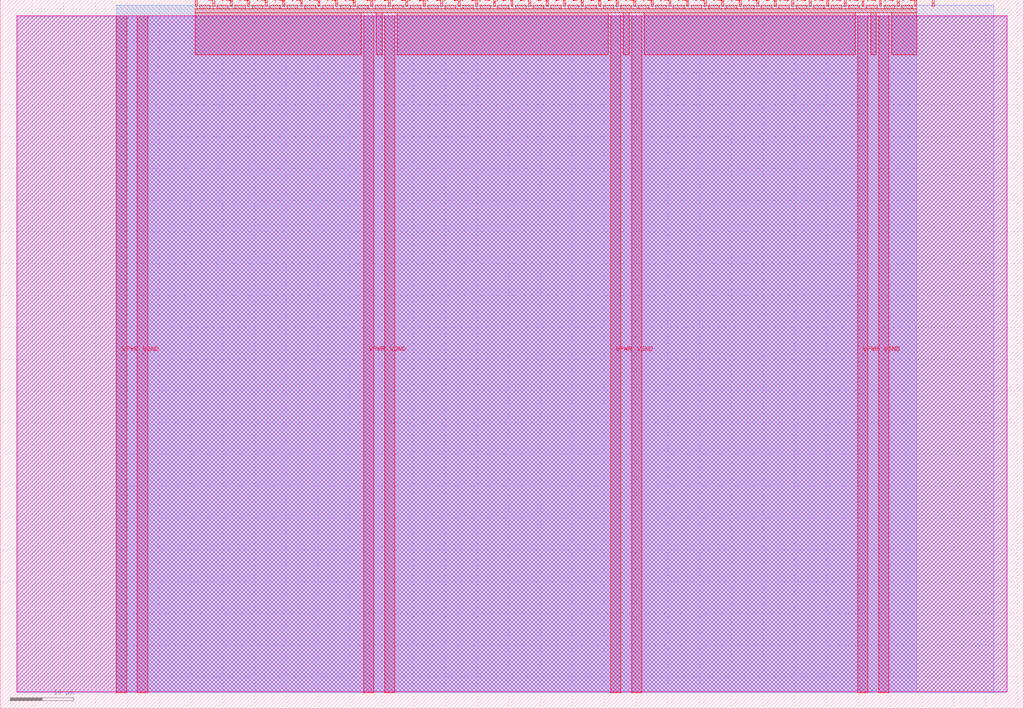
<source format=lef>
VERSION 5.7 ;
  NOWIREEXTENSIONATPIN ON ;
  DIVIDERCHAR "/" ;
  BUSBITCHARS "[]" ;
MACRO tt_um_top_general
  CLASS BLOCK ;
  FOREIGN tt_um_top_general ;
  ORIGIN 0.000 0.000 ;
  SIZE 161.000 BY 111.520 ;
  PIN VGND
    DIRECTION INOUT ;
    USE GROUND ;
    PORT
      LAYER met4 ;
        RECT 21.580 2.480 23.180 109.040 ;
    END
    PORT
      LAYER met4 ;
        RECT 60.450 2.480 62.050 109.040 ;
    END
    PORT
      LAYER met4 ;
        RECT 99.320 2.480 100.920 109.040 ;
    END
    PORT
      LAYER met4 ;
        RECT 138.190 2.480 139.790 109.040 ;
    END
  END VGND
  PIN VPWR
    DIRECTION INOUT ;
    USE POWER ;
    PORT
      LAYER met4 ;
        RECT 18.280 2.480 19.880 109.040 ;
    END
    PORT
      LAYER met4 ;
        RECT 57.150 2.480 58.750 109.040 ;
    END
    PORT
      LAYER met4 ;
        RECT 96.020 2.480 97.620 109.040 ;
    END
    PORT
      LAYER met4 ;
        RECT 134.890 2.480 136.490 109.040 ;
    END
  END VPWR
  PIN clk
    DIRECTION INPUT ;
    USE SIGNAL ;
    ANTENNAGATEAREA 0.159000 ;
    PORT
      LAYER met4 ;
        RECT 143.830 110.520 144.130 111.520 ;
    END
  END clk
  PIN ena
    DIRECTION INPUT ;
    USE SIGNAL ;
    PORT
      LAYER met4 ;
        RECT 146.590 110.520 146.890 111.520 ;
    END
  END ena
  PIN rst_n
    DIRECTION INPUT ;
    USE SIGNAL ;
    PORT
      LAYER met4 ;
        RECT 141.070 110.520 141.370 111.520 ;
    END
  END rst_n
  PIN ui_in[0]
    DIRECTION INPUT ;
    USE SIGNAL ;
    ANTENNAGATEAREA 0.196500 ;
    PORT
      LAYER met4 ;
        RECT 138.310 110.520 138.610 111.520 ;
    END
  END ui_in[0]
  PIN ui_in[1]
    DIRECTION INPUT ;
    USE SIGNAL ;
    ANTENNAGATEAREA 0.213000 ;
    PORT
      LAYER met4 ;
        RECT 135.550 110.520 135.850 111.520 ;
    END
  END ui_in[1]
  PIN ui_in[2]
    DIRECTION INPUT ;
    USE SIGNAL ;
    ANTENNAGATEAREA 0.196500 ;
    PORT
      LAYER met4 ;
        RECT 132.790 110.520 133.090 111.520 ;
    END
  END ui_in[2]
  PIN ui_in[3]
    DIRECTION INPUT ;
    USE SIGNAL ;
    ANTENNAGATEAREA 0.196500 ;
    PORT
      LAYER met4 ;
        RECT 130.030 110.520 130.330 111.520 ;
    END
  END ui_in[3]
  PIN ui_in[4]
    DIRECTION INPUT ;
    USE SIGNAL ;
    ANTENNAGATEAREA 0.196500 ;
    PORT
      LAYER met4 ;
        RECT 127.270 110.520 127.570 111.520 ;
    END
  END ui_in[4]
  PIN ui_in[5]
    DIRECTION INPUT ;
    USE SIGNAL ;
    ANTENNAGATEAREA 0.126000 ;
    PORT
      LAYER met4 ;
        RECT 124.510 110.520 124.810 111.520 ;
    END
  END ui_in[5]
  PIN ui_in[6]
    DIRECTION INPUT ;
    USE SIGNAL ;
    ANTENNAGATEAREA 0.126000 ;
    PORT
      LAYER met4 ;
        RECT 121.750 110.520 122.050 111.520 ;
    END
  END ui_in[6]
  PIN ui_in[7]
    DIRECTION INPUT ;
    USE SIGNAL ;
    PORT
      LAYER met4 ;
        RECT 118.990 110.520 119.290 111.520 ;
    END
  END ui_in[7]
  PIN uio_in[0]
    DIRECTION INPUT ;
    USE SIGNAL ;
    PORT
      LAYER met4 ;
        RECT 116.230 110.520 116.530 111.520 ;
    END
  END uio_in[0]
  PIN uio_in[1]
    DIRECTION INPUT ;
    USE SIGNAL ;
    PORT
      LAYER met4 ;
        RECT 113.470 110.520 113.770 111.520 ;
    END
  END uio_in[1]
  PIN uio_in[2]
    DIRECTION INPUT ;
    USE SIGNAL ;
    PORT
      LAYER met4 ;
        RECT 110.710 110.520 111.010 111.520 ;
    END
  END uio_in[2]
  PIN uio_in[3]
    DIRECTION INPUT ;
    USE SIGNAL ;
    PORT
      LAYER met4 ;
        RECT 107.950 110.520 108.250 111.520 ;
    END
  END uio_in[3]
  PIN uio_in[4]
    DIRECTION INPUT ;
    USE SIGNAL ;
    PORT
      LAYER met4 ;
        RECT 105.190 110.520 105.490 111.520 ;
    END
  END uio_in[4]
  PIN uio_in[5]
    DIRECTION INPUT ;
    USE SIGNAL ;
    PORT
      LAYER met4 ;
        RECT 102.430 110.520 102.730 111.520 ;
    END
  END uio_in[5]
  PIN uio_in[6]
    DIRECTION INPUT ;
    USE SIGNAL ;
    PORT
      LAYER met4 ;
        RECT 99.670 110.520 99.970 111.520 ;
    END
  END uio_in[6]
  PIN uio_in[7]
    DIRECTION INPUT ;
    USE SIGNAL ;
    PORT
      LAYER met4 ;
        RECT 96.910 110.520 97.210 111.520 ;
    END
  END uio_in[7]
  PIN uio_oe[0]
    DIRECTION OUTPUT ;
    USE SIGNAL ;
    PORT
      LAYER met4 ;
        RECT 49.990 110.520 50.290 111.520 ;
    END
  END uio_oe[0]
  PIN uio_oe[1]
    DIRECTION OUTPUT ;
    USE SIGNAL ;
    PORT
      LAYER met4 ;
        RECT 47.230 110.520 47.530 111.520 ;
    END
  END uio_oe[1]
  PIN uio_oe[2]
    DIRECTION OUTPUT ;
    USE SIGNAL ;
    PORT
      LAYER met4 ;
        RECT 44.470 110.520 44.770 111.520 ;
    END
  END uio_oe[2]
  PIN uio_oe[3]
    DIRECTION OUTPUT ;
    USE SIGNAL ;
    PORT
      LAYER met4 ;
        RECT 41.710 110.520 42.010 111.520 ;
    END
  END uio_oe[3]
  PIN uio_oe[4]
    DIRECTION OUTPUT ;
    USE SIGNAL ;
    PORT
      LAYER met4 ;
        RECT 38.950 110.520 39.250 111.520 ;
    END
  END uio_oe[4]
  PIN uio_oe[5]
    DIRECTION OUTPUT ;
    USE SIGNAL ;
    PORT
      LAYER met4 ;
        RECT 36.190 110.520 36.490 111.520 ;
    END
  END uio_oe[5]
  PIN uio_oe[6]
    DIRECTION OUTPUT ;
    USE SIGNAL ;
    PORT
      LAYER met4 ;
        RECT 33.430 110.520 33.730 111.520 ;
    END
  END uio_oe[6]
  PIN uio_oe[7]
    DIRECTION OUTPUT ;
    USE SIGNAL ;
    PORT
      LAYER met4 ;
        RECT 30.670 110.520 30.970 111.520 ;
    END
  END uio_oe[7]
  PIN uio_out[0]
    DIRECTION OUTPUT ;
    USE SIGNAL ;
    ANTENNADIFFAREA 0.445500 ;
    PORT
      LAYER met4 ;
        RECT 72.070 110.520 72.370 111.520 ;
    END
  END uio_out[0]
  PIN uio_out[1]
    DIRECTION OUTPUT ;
    USE SIGNAL ;
    ANTENNADIFFAREA 0.445500 ;
    PORT
      LAYER met4 ;
        RECT 69.310 110.520 69.610 111.520 ;
    END
  END uio_out[1]
  PIN uio_out[2]
    DIRECTION OUTPUT ;
    USE SIGNAL ;
    ANTENNADIFFAREA 0.445500 ;
    PORT
      LAYER met4 ;
        RECT 66.550 110.520 66.850 111.520 ;
    END
  END uio_out[2]
  PIN uio_out[3]
    DIRECTION OUTPUT ;
    USE SIGNAL ;
    ANTENNADIFFAREA 0.445500 ;
    PORT
      LAYER met4 ;
        RECT 63.790 110.520 64.090 111.520 ;
    END
  END uio_out[3]
  PIN uio_out[4]
    DIRECTION OUTPUT ;
    USE SIGNAL ;
    ANTENNADIFFAREA 0.445500 ;
    PORT
      LAYER met4 ;
        RECT 61.030 110.520 61.330 111.520 ;
    END
  END uio_out[4]
  PIN uio_out[5]
    DIRECTION OUTPUT ;
    USE SIGNAL ;
    ANTENNADIFFAREA 0.445500 ;
    PORT
      LAYER met4 ;
        RECT 58.270 110.520 58.570 111.520 ;
    END
  END uio_out[5]
  PIN uio_out[6]
    DIRECTION OUTPUT ;
    USE SIGNAL ;
    ANTENNADIFFAREA 0.445500 ;
    PORT
      LAYER met4 ;
        RECT 55.510 110.520 55.810 111.520 ;
    END
  END uio_out[6]
  PIN uio_out[7]
    DIRECTION OUTPUT ;
    USE SIGNAL ;
    PORT
      LAYER met4 ;
        RECT 52.750 110.520 53.050 111.520 ;
    END
  END uio_out[7]
  PIN uo_out[0]
    DIRECTION OUTPUT ;
    USE SIGNAL ;
    ANTENNADIFFAREA 0.795200 ;
    PORT
      LAYER met4 ;
        RECT 94.150 110.520 94.450 111.520 ;
    END
  END uo_out[0]
  PIN uo_out[1]
    DIRECTION OUTPUT ;
    USE SIGNAL ;
    ANTENNADIFFAREA 0.795200 ;
    PORT
      LAYER met4 ;
        RECT 91.390 110.520 91.690 111.520 ;
    END
  END uo_out[1]
  PIN uo_out[2]
    DIRECTION OUTPUT ;
    USE SIGNAL ;
    ANTENNADIFFAREA 0.445500 ;
    PORT
      LAYER met4 ;
        RECT 88.630 110.520 88.930 111.520 ;
    END
  END uo_out[2]
  PIN uo_out[3]
    DIRECTION OUTPUT ;
    USE SIGNAL ;
    ANTENNADIFFAREA 0.445500 ;
    PORT
      LAYER met4 ;
        RECT 85.870 110.520 86.170 111.520 ;
    END
  END uo_out[3]
  PIN uo_out[4]
    DIRECTION OUTPUT ;
    USE SIGNAL ;
    ANTENNADIFFAREA 0.445500 ;
    PORT
      LAYER met4 ;
        RECT 83.110 110.520 83.410 111.520 ;
    END
  END uo_out[4]
  PIN uo_out[5]
    DIRECTION OUTPUT ;
    USE SIGNAL ;
    ANTENNADIFFAREA 0.445500 ;
    PORT
      LAYER met4 ;
        RECT 80.350 110.520 80.650 111.520 ;
    END
  END uo_out[5]
  PIN uo_out[6]
    DIRECTION OUTPUT ;
    USE SIGNAL ;
    ANTENNADIFFAREA 0.445500 ;
    PORT
      LAYER met4 ;
        RECT 77.590 110.520 77.890 111.520 ;
    END
  END uo_out[6]
  PIN uo_out[7]
    DIRECTION OUTPUT ;
    USE SIGNAL ;
    ANTENNADIFFAREA 0.445500 ;
    PORT
      LAYER met4 ;
        RECT 74.830 110.520 75.130 111.520 ;
    END
  END uo_out[7]
  OBS
      LAYER nwell ;
        RECT 2.570 2.635 158.430 108.990 ;
      LAYER li1 ;
        RECT 2.760 2.635 158.240 108.885 ;
      LAYER met1 ;
        RECT 2.760 2.480 158.240 109.040 ;
      LAYER met2 ;
        RECT 18.310 2.535 156.300 110.685 ;
      LAYER met3 ;
        RECT 18.290 2.555 144.170 110.665 ;
      LAYER met4 ;
        RECT 31.370 110.120 33.030 110.665 ;
        RECT 34.130 110.120 35.790 110.665 ;
        RECT 36.890 110.120 38.550 110.665 ;
        RECT 39.650 110.120 41.310 110.665 ;
        RECT 42.410 110.120 44.070 110.665 ;
        RECT 45.170 110.120 46.830 110.665 ;
        RECT 47.930 110.120 49.590 110.665 ;
        RECT 50.690 110.120 52.350 110.665 ;
        RECT 53.450 110.120 55.110 110.665 ;
        RECT 56.210 110.120 57.870 110.665 ;
        RECT 58.970 110.120 60.630 110.665 ;
        RECT 61.730 110.120 63.390 110.665 ;
        RECT 64.490 110.120 66.150 110.665 ;
        RECT 67.250 110.120 68.910 110.665 ;
        RECT 70.010 110.120 71.670 110.665 ;
        RECT 72.770 110.120 74.430 110.665 ;
        RECT 75.530 110.120 77.190 110.665 ;
        RECT 78.290 110.120 79.950 110.665 ;
        RECT 81.050 110.120 82.710 110.665 ;
        RECT 83.810 110.120 85.470 110.665 ;
        RECT 86.570 110.120 88.230 110.665 ;
        RECT 89.330 110.120 90.990 110.665 ;
        RECT 92.090 110.120 93.750 110.665 ;
        RECT 94.850 110.120 96.510 110.665 ;
        RECT 97.610 110.120 99.270 110.665 ;
        RECT 100.370 110.120 102.030 110.665 ;
        RECT 103.130 110.120 104.790 110.665 ;
        RECT 105.890 110.120 107.550 110.665 ;
        RECT 108.650 110.120 110.310 110.665 ;
        RECT 111.410 110.120 113.070 110.665 ;
        RECT 114.170 110.120 115.830 110.665 ;
        RECT 116.930 110.120 118.590 110.665 ;
        RECT 119.690 110.120 121.350 110.665 ;
        RECT 122.450 110.120 124.110 110.665 ;
        RECT 125.210 110.120 126.870 110.665 ;
        RECT 127.970 110.120 129.630 110.665 ;
        RECT 130.730 110.120 132.390 110.665 ;
        RECT 133.490 110.120 135.150 110.665 ;
        RECT 136.250 110.120 137.910 110.665 ;
        RECT 139.010 110.120 140.670 110.665 ;
        RECT 141.770 110.120 143.430 110.665 ;
        RECT 30.655 109.440 144.145 110.120 ;
        RECT 30.655 102.855 56.750 109.440 ;
        RECT 59.150 102.855 60.050 109.440 ;
        RECT 62.450 102.855 95.620 109.440 ;
        RECT 98.020 102.855 98.920 109.440 ;
        RECT 101.320 102.855 134.490 109.440 ;
        RECT 136.890 102.855 137.790 109.440 ;
        RECT 140.190 102.855 144.145 109.440 ;
  END
END tt_um_top_general
END LIBRARY


</source>
